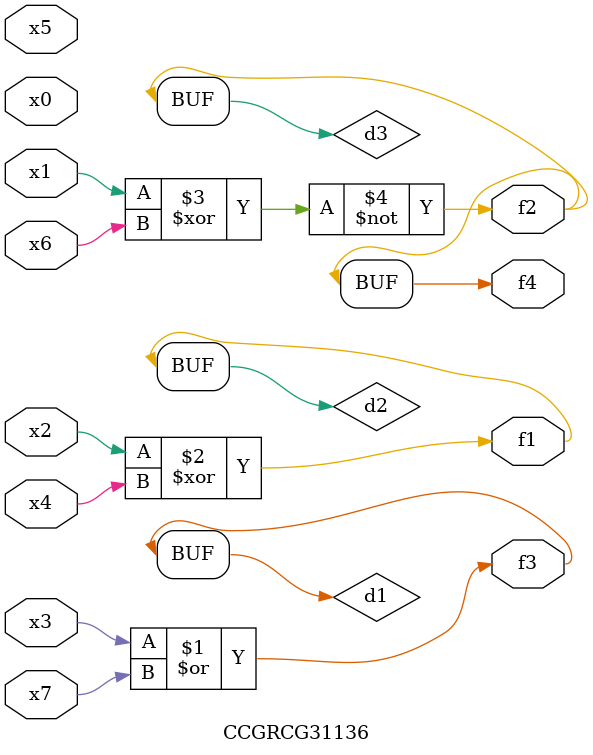
<source format=v>
module CCGRCG31136(
	input x0, x1, x2, x3, x4, x5, x6, x7,
	output f1, f2, f3, f4
);

	wire d1, d2, d3;

	or (d1, x3, x7);
	xor (d2, x2, x4);
	xnor (d3, x1, x6);
	assign f1 = d2;
	assign f2 = d3;
	assign f3 = d1;
	assign f4 = d3;
endmodule

</source>
